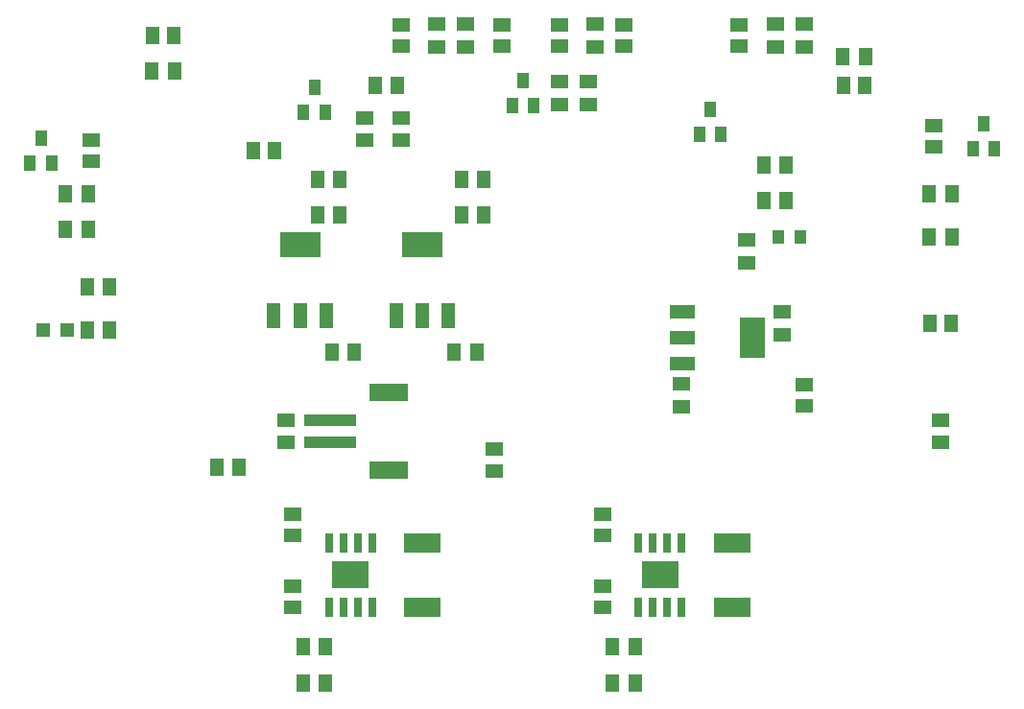
<source format=gtp>
G75*
%MOIN*%
%OFA0B0*%
%FSLAX25Y25*%
%IPPOS*%
%LPD*%
%AMOC8*
5,1,8,0,0,1.08239X$1,22.5*
%
%ADD10R,0.06299X0.05118*%
%ADD11R,0.05118X0.06299*%
%ADD12R,0.04799X0.08799*%
%ADD13R,0.14173X0.08661*%
%ADD14R,0.18110X0.03937*%
%ADD15R,0.13386X0.06299*%
%ADD16R,0.04724X0.04724*%
%ADD17R,0.03937X0.05512*%
%ADD18R,0.05118X0.05906*%
%ADD19R,0.05906X0.05118*%
%ADD20R,0.12598X0.07087*%
%ADD21R,0.02559X0.06890*%
%ADD22R,0.12992X0.09488*%
%ADD23R,0.03937X0.04921*%
%ADD24R,0.08799X0.04799*%
%ADD25R,0.08661X0.14173*%
D10*
X0220095Y0205260D03*
X0220095Y0212740D03*
X0285095Y0227563D03*
X0285095Y0235437D03*
X0320095Y0252563D03*
X0320095Y0260437D03*
X0307595Y0277563D03*
X0307595Y0285437D03*
X0327595Y0235240D03*
X0327595Y0227760D03*
X0375095Y0222937D03*
X0375095Y0215063D03*
X0372595Y0317760D03*
X0372595Y0325240D03*
X0327595Y0352563D03*
X0327595Y0360437D03*
X0317595Y0360437D03*
X0317595Y0352563D03*
X0305095Y0352760D03*
X0305095Y0360240D03*
X0255095Y0360437D03*
X0255095Y0352563D03*
X0252595Y0340437D03*
X0252595Y0332563D03*
X0242595Y0332563D03*
X0242595Y0340437D03*
X0242595Y0352760D03*
X0242595Y0360240D03*
X0210095Y0360437D03*
X0210095Y0352563D03*
X0200095Y0352563D03*
X0200095Y0360437D03*
X0187595Y0327937D03*
X0187595Y0320063D03*
X0175095Y0320063D03*
X0175095Y0327937D03*
X0080095Y0320240D03*
X0080095Y0312760D03*
X0147595Y0222937D03*
X0147595Y0215063D03*
D11*
X0153658Y0131500D03*
X0161532Y0131500D03*
X0161532Y0144000D03*
X0153658Y0144000D03*
X0131335Y0206500D03*
X0123855Y0206500D03*
X0163658Y0246500D03*
X0171532Y0246500D03*
X0206158Y0246500D03*
X0214032Y0246500D03*
X0216532Y0294000D03*
X0208658Y0294000D03*
X0208658Y0306500D03*
X0216532Y0306500D03*
X0186335Y0339000D03*
X0178855Y0339000D03*
X0166532Y0306500D03*
X0158658Y0306500D03*
X0158658Y0294000D03*
X0166532Y0294000D03*
X0143835Y0316500D03*
X0136355Y0316500D03*
X0109032Y0344000D03*
X0101158Y0344000D03*
X0079032Y0301500D03*
X0071158Y0301500D03*
X0071158Y0289000D03*
X0079032Y0289000D03*
X0078855Y0269000D03*
X0086335Y0269000D03*
X0261158Y0144000D03*
X0269032Y0144000D03*
X0269032Y0131500D03*
X0261158Y0131500D03*
X0371355Y0256500D03*
X0378835Y0256500D03*
X0379032Y0286500D03*
X0371158Y0286500D03*
X0371158Y0301500D03*
X0379032Y0301500D03*
X0349032Y0349000D03*
X0341158Y0349000D03*
X0321335Y0311500D03*
X0313855Y0311500D03*
X0313855Y0299000D03*
X0321335Y0299000D03*
D12*
X0204194Y0259299D03*
X0195095Y0259299D03*
X0185997Y0259299D03*
X0161694Y0259299D03*
X0152595Y0259299D03*
X0143497Y0259299D03*
D13*
X0152595Y0283701D03*
X0195095Y0283701D03*
D14*
X0163028Y0222937D03*
X0163028Y0215063D03*
D15*
X0183501Y0205614D03*
X0183501Y0232386D03*
D16*
X0071729Y0254000D03*
X0063461Y0254000D03*
D17*
X0066335Y0312169D03*
X0058855Y0312169D03*
X0062595Y0320831D03*
X0153855Y0329669D03*
X0161335Y0329669D03*
X0157595Y0338331D03*
X0226355Y0332169D03*
X0233835Y0332169D03*
X0230095Y0340831D03*
X0291355Y0322169D03*
X0298835Y0322169D03*
X0295095Y0330831D03*
X0386355Y0317169D03*
X0393835Y0317169D03*
X0390095Y0325831D03*
D18*
X0348835Y0339000D03*
X0341355Y0339000D03*
X0108835Y0356500D03*
X0101355Y0356500D03*
X0086335Y0254000D03*
X0078855Y0254000D03*
D19*
X0150095Y0190240D03*
X0150095Y0182760D03*
X0150095Y0165240D03*
X0150095Y0157760D03*
X0257595Y0157760D03*
X0257595Y0165240D03*
X0257595Y0182760D03*
X0257595Y0190240D03*
X0265095Y0352760D03*
X0265095Y0360240D03*
X0222595Y0360240D03*
X0222595Y0352760D03*
X0187595Y0352760D03*
X0187595Y0360240D03*
D20*
X0195095Y0180024D03*
X0195095Y0157976D03*
X0302595Y0157976D03*
X0302595Y0180024D03*
D21*
X0285095Y0180024D03*
X0280095Y0180024D03*
X0275095Y0180024D03*
X0270095Y0180024D03*
X0270095Y0157976D03*
X0275095Y0157976D03*
X0280095Y0157976D03*
X0285095Y0157976D03*
X0177595Y0157976D03*
X0172595Y0157976D03*
X0167595Y0157976D03*
X0162595Y0157976D03*
X0162595Y0180024D03*
X0167595Y0180024D03*
X0172595Y0180024D03*
X0177595Y0180024D03*
D22*
X0170095Y0169000D03*
X0277595Y0169000D03*
D23*
X0318658Y0286500D03*
X0326532Y0286500D03*
D24*
X0285394Y0260598D03*
X0285394Y0251500D03*
X0285394Y0242402D03*
D25*
X0309796Y0251500D03*
M02*

</source>
